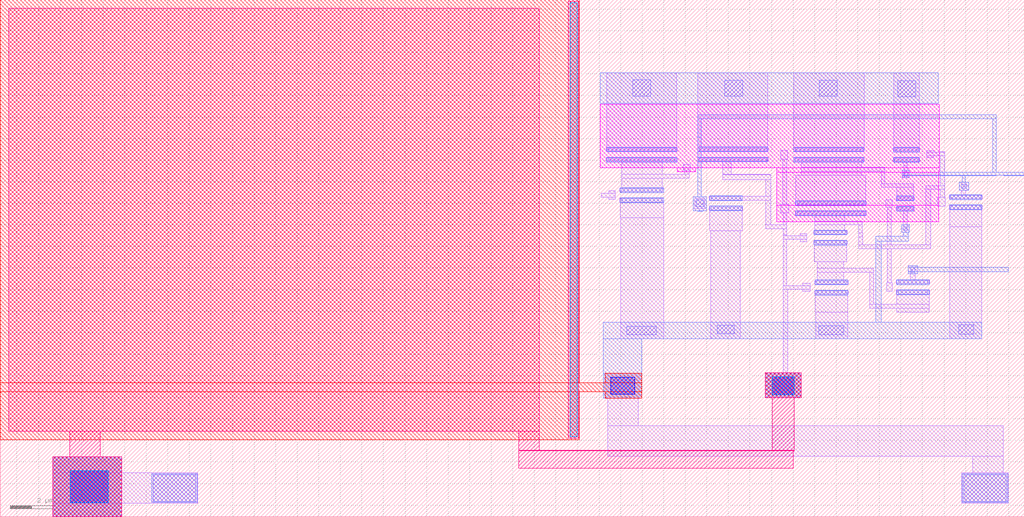
<source format=lef>
VERSION 5.7 ;
  NOWIREEXTENSIONATPIN ON ;
  DIVIDERCHAR "/" ;
  BUSBITCHARS "[]" ;
MACRO leakylayout
  CLASS BLOCK ;
  FOREIGN leakylayout ;
  ORIGIN 30.780 6.540 ;
  SIZE 47.490 BY 23.980 ;
  OBS
      LAYER nwell ;
        RECT -2.950 9.650 12.780 12.600 ;
        RECT 0.620 9.465 1.495 9.650 ;
        RECT 5.240 9.445 12.780 9.650 ;
        RECT 5.240 7.915 12.765 9.445 ;
        RECT 5.240 7.150 12.760 7.915 ;
        RECT 5.240 7.140 10.010 7.150 ;
      LAYER li1 ;
        RECT -2.645 10.580 0.605 14.050 ;
        RECT 1.580 10.585 4.830 14.050 ;
        RECT -2.660 10.410 0.620 10.580 ;
        RECT 1.570 10.415 4.850 10.585 ;
        RECT 6.040 10.580 9.290 14.050 ;
        RECT -2.660 9.940 0.620 10.110 ;
        RECT 1.570 9.945 4.850 10.115 ;
        RECT 5.425 10.040 5.760 10.465 ;
        RECT 6.020 10.410 9.300 10.580 ;
        RECT 10.660 10.575 11.860 14.050 ;
        RECT 10.640 10.405 11.880 10.575 ;
        RECT 12.195 10.375 12.525 10.440 ;
        RECT 12.820 10.375 13.030 10.380 ;
        RECT 12.195 10.205 13.030 10.375 ;
        RECT -1.945 9.345 -0.065 9.940 ;
        RECT 0.900 9.530 1.235 9.805 ;
        RECT 0.960 9.345 1.175 9.530 ;
        RECT -1.945 9.160 1.175 9.345 ;
        RECT 2.745 9.340 3.125 9.945 ;
        RECT 2.745 9.325 4.945 9.340 ;
        RECT -1.945 8.695 -0.065 9.160 ;
        RECT 2.745 9.090 4.955 9.325 ;
        RECT -2.555 8.455 -2.255 8.575 ;
        RECT -2.030 8.525 0.010 8.695 ;
        RECT -2.910 8.275 -2.255 8.455 ;
        RECT 4.740 8.320 4.955 9.090 ;
        RECT -2.555 8.180 -2.255 8.275 ;
        RECT -2.030 8.055 0.010 8.225 ;
        RECT -2.010 7.320 -0.010 8.055 ;
        RECT 1.440 7.745 1.900 8.225 ;
        RECT 2.120 8.150 4.960 8.320 ;
        RECT 2.120 7.680 3.660 7.850 ;
        RECT -2.000 1.710 -0.010 7.320 ;
        RECT 2.135 6.720 3.640 7.680 ;
        RECT 4.740 6.995 4.955 8.150 ;
        RECT 5.525 7.955 5.695 10.040 ;
        RECT 6.020 9.940 9.300 10.110 ;
        RECT 6.385 9.660 9.180 9.940 ;
        RECT 10.640 9.935 11.880 10.105 ;
        RECT 12.195 10.100 12.525 10.205 ;
        RECT 11.135 9.740 11.305 9.935 ;
        RECT 6.385 9.490 10.255 9.660 ;
        RECT 11.130 9.535 11.305 9.740 ;
        RECT 6.385 9.300 9.180 9.490 ;
        RECT 6.130 8.090 9.370 9.300 ;
        RECT 10.085 8.905 10.255 9.490 ;
        RECT 11.065 9.195 11.390 9.535 ;
        RECT 10.085 8.900 11.595 8.905 ;
        RECT 10.085 8.735 11.605 8.900 ;
        RECT 12.820 8.810 13.030 10.205 ;
        RECT 10.805 8.310 11.605 8.735 ;
        RECT 12.150 8.640 13.030 8.810 ;
        RECT 5.430 7.560 5.805 7.955 ;
        RECT 6.110 7.920 9.390 8.090 ;
        RECT 10.295 7.820 10.610 8.155 ;
        RECT 10.785 8.140 11.625 8.310 ;
        RECT 5.540 6.995 5.710 7.560 ;
        RECT 6.110 7.450 9.390 7.620 ;
        RECT 7.010 7.170 8.390 7.450 ;
        RECT 7.010 6.995 9.215 7.170 ;
        RECT 4.740 6.815 5.715 6.995 ;
        RECT 4.755 6.810 5.715 6.815 ;
        RECT 2.190 1.710 3.550 6.720 ;
        RECT 5.540 6.540 5.710 6.810 ;
        RECT 7.010 6.730 8.390 6.995 ;
        RECT 5.535 6.500 5.710 6.540 ;
        RECT 6.335 6.500 6.640 6.580 ;
        RECT 6.960 6.560 8.500 6.730 ;
        RECT 9.045 6.630 9.215 6.995 ;
        RECT 5.535 6.330 6.640 6.500 ;
        RECT 9.045 6.440 9.220 6.630 ;
        RECT 5.535 4.185 5.710 6.330 ;
        RECT 6.335 6.225 6.640 6.330 ;
        RECT 6.960 6.090 8.500 6.260 ;
        RECT 6.980 5.285 8.480 6.090 ;
        RECT 9.050 6.070 9.220 6.440 ;
        RECT 10.365 6.070 10.545 7.820 ;
        RECT 10.785 7.670 11.625 7.840 ;
        RECT 11.120 7.015 11.290 7.670 ;
        RECT 11.050 6.665 11.395 7.015 ;
        RECT 12.150 6.070 12.380 8.640 ;
        RECT 12.820 8.270 13.030 8.640 ;
        RECT 13.695 8.605 14.140 8.975 ;
        RECT 13.800 8.370 14.010 8.605 ;
        RECT 12.680 7.870 13.050 8.270 ;
        RECT 13.235 8.200 14.775 8.370 ;
        RECT 13.235 7.730 14.775 7.900 ;
        RECT 13.255 6.900 14.755 7.730 ;
        RECT 9.050 5.900 12.380 6.070 ;
        RECT 7.125 4.985 8.340 5.285 ;
        RECT 7.125 4.975 9.745 4.985 ;
        RECT 7.125 4.805 9.750 4.975 ;
        RECT 7.125 4.415 8.340 4.805 ;
        RECT 6.455 4.185 6.795 4.280 ;
        RECT 7.010 4.245 8.550 4.415 ;
        RECT 5.535 4.010 6.795 4.185 ;
        RECT 5.535 0.145 5.750 4.010 ;
        RECT 6.455 3.930 6.795 4.010 ;
        RECT 7.010 3.775 8.550 3.945 ;
        RECT 7.030 2.950 8.530 3.775 ;
        RECT 9.545 3.320 9.750 4.805 ;
        RECT 10.365 4.305 10.555 5.900 ;
        RECT 10.765 5.895 12.185 5.900 ;
        RECT 11.330 4.725 11.775 5.095 ;
        RECT 11.435 4.430 11.655 4.725 ;
        RECT 10.335 3.925 10.610 4.305 ;
        RECT 10.790 4.260 12.330 4.430 ;
        RECT 10.790 3.790 12.330 3.960 ;
        RECT 10.805 3.320 12.315 3.790 ;
        RECT 9.545 3.135 12.315 3.320 ;
        RECT 10.805 2.950 12.315 3.135 ;
        RECT 7.040 1.710 8.525 2.950 ;
        RECT 13.260 1.710 14.750 6.900 ;
        RECT -2.800 -1.045 -1.010 0.105 ;
        RECT 4.715 -1.025 6.380 0.145 ;
        RECT -2.595 -2.330 -1.180 -1.045 ;
        RECT -2.595 -3.745 15.745 -2.330 ;
        RECT -28.345 -4.505 -25.145 -3.750 ;
        RECT 14.330 -4.505 15.745 -3.745 ;
        RECT -28.345 -5.915 -21.615 -4.505 ;
        RECT 13.825 -5.915 15.985 -4.505 ;
        RECT -28.345 -6.540 -25.145 -5.915 ;
      LAYER mcon ;
        RECT -1.445 12.970 -0.610 13.725 ;
        RECT 2.830 12.960 3.665 13.715 ;
        RECT 7.220 12.955 8.055 13.710 ;
        RECT -2.580 10.410 0.540 10.580 ;
        RECT 1.650 10.415 4.770 10.585 ;
        RECT 10.865 12.935 11.700 13.690 ;
        RECT -2.580 9.940 0.540 10.110 ;
        RECT 1.650 9.945 4.770 10.115 ;
        RECT 6.100 10.410 9.220 10.580 ;
        RECT 10.720 10.405 11.800 10.575 ;
        RECT -1.950 8.525 -0.070 8.695 ;
        RECT -1.950 8.055 -0.070 8.225 ;
        RECT 1.500 7.830 1.850 8.160 ;
        RECT 2.200 8.150 3.580 8.320 ;
        RECT 2.200 7.680 3.580 7.850 ;
        RECT 6.100 9.940 9.220 10.110 ;
        RECT 10.720 9.935 11.800 10.105 ;
        RECT 11.125 9.250 11.325 9.460 ;
        RECT 6.190 7.920 9.310 8.090 ;
        RECT 10.865 8.140 11.545 8.310 ;
        RECT 6.190 7.450 9.310 7.620 ;
        RECT -1.705 1.900 -0.340 2.305 ;
        RECT 2.490 1.950 3.260 2.340 ;
        RECT 7.040 6.560 8.420 6.730 ;
        RECT 7.040 6.090 8.420 6.260 ;
        RECT 10.865 7.670 11.545 7.840 ;
        RECT 11.130 6.740 11.305 6.915 ;
        RECT 13.825 8.695 14.035 8.880 ;
        RECT 13.315 8.200 14.695 8.370 ;
        RECT 13.315 7.730 14.695 7.900 ;
        RECT 7.090 4.245 8.470 4.415 ;
        RECT 7.090 3.775 8.470 3.945 ;
        RECT 11.445 4.805 11.640 5.030 ;
        RECT 10.870 4.260 12.250 4.430 ;
        RECT 10.870 3.790 12.250 3.960 ;
        RECT 7.195 1.900 8.345 2.320 ;
        RECT 13.685 1.915 14.385 2.370 ;
        RECT -2.450 -0.850 -1.345 -0.075 ;
        RECT 5.030 -0.875 6.045 -0.040 ;
        RECT -27.530 -5.890 -25.770 -4.395 ;
        RECT -23.685 -5.835 -21.700 -4.585 ;
        RECT 13.910 -5.835 15.895 -4.585 ;
      LAYER met1 ;
        RECT -2.950 12.650 12.735 14.050 ;
        RECT 1.575 11.920 15.425 12.105 ;
        RECT 1.580 11.065 1.745 11.920 ;
        RECT 1.585 10.615 1.745 11.065 ;
        RECT -2.640 10.380 0.600 10.610 ;
        RECT 1.585 10.385 4.830 10.615 ;
        RECT 1.585 10.145 1.745 10.385 ;
        RECT 6.040 10.380 9.280 10.610 ;
        RECT 10.660 10.375 11.860 10.605 ;
        RECT -2.640 9.910 0.600 10.140 ;
        RECT 1.585 9.915 4.830 10.145 ;
        RECT -2.010 8.495 -0.010 8.725 ;
        RECT 1.585 8.310 1.745 9.915 ;
        RECT 6.040 9.910 9.280 10.140 ;
        RECT 10.660 9.905 11.860 10.135 ;
        RECT 11.065 9.430 11.390 9.535 ;
        RECT 15.255 9.430 15.425 11.920 ;
        RECT 11.065 9.290 16.710 9.430 ;
        RECT 11.065 9.285 15.425 9.290 ;
        RECT 15.775 9.285 16.710 9.290 ;
        RECT 11.065 9.195 11.390 9.285 ;
        RECT 13.850 8.975 13.990 9.285 ;
        RECT 13.695 8.605 14.140 8.975 ;
        RECT -2.010 8.025 -0.010 8.255 ;
        RECT 1.360 7.645 1.975 8.310 ;
        RECT 2.140 8.120 3.640 8.350 ;
        RECT 6.130 7.890 9.370 8.120 ;
        RECT 10.805 8.110 11.605 8.340 ;
        RECT 13.255 8.170 14.755 8.400 ;
        RECT 2.140 7.650 3.640 7.880 ;
        RECT 1.585 7.640 1.800 7.645 ;
        RECT 6.130 7.420 9.370 7.650 ;
        RECT 10.805 7.640 11.605 7.870 ;
        RECT 13.255 7.700 14.755 7.930 ;
        RECT 6.980 6.530 8.480 6.760 ;
        RECT 11.050 6.665 11.395 7.015 ;
        RECT 11.105 6.480 11.345 6.665 ;
        RECT 6.980 6.060 8.480 6.290 ;
        RECT 9.840 6.240 11.345 6.480 ;
        RECT 7.030 4.215 8.530 4.445 ;
        RECT 7.030 3.745 8.530 3.975 ;
        RECT 9.840 2.490 10.080 6.240 ;
        RECT 11.330 5.040 11.775 5.095 ;
        RECT 11.330 4.835 15.970 5.040 ;
        RECT 11.330 4.725 11.775 4.835 ;
        RECT 10.810 4.230 12.310 4.460 ;
        RECT 10.810 3.760 12.310 3.990 ;
        RECT -2.800 1.710 14.760 2.490 ;
        RECT -2.800 -1.045 -1.010 1.710 ;
        RECT 4.715 -1.025 6.380 0.145 ;
        RECT -28.345 -6.540 -25.145 -3.750 ;
        RECT -23.745 -5.865 -21.640 -4.555 ;
        RECT 13.850 -5.865 15.955 -4.555 ;
      LAYER via ;
        RECT -2.450 -0.850 -1.345 -0.075 ;
        RECT 5.030 -0.875 6.045 -0.040 ;
        RECT -27.530 -5.890 -25.770 -4.395 ;
      LAYER met2 ;
        RECT -2.800 -1.045 -1.010 0.105 ;
        RECT 4.715 -1.025 6.380 0.145 ;
        RECT -28.345 -6.540 -25.145 -3.750 ;
      LAYER via2 ;
        RECT -2.450 -0.850 -1.345 -0.075 ;
        RECT 5.030 -0.875 6.045 -0.040 ;
        RECT -27.530 -5.890 -25.770 -4.395 ;
      LAYER met3 ;
        RECT -30.780 -0.335 -3.920 17.440 ;
        RECT -2.710 -0.335 -1.010 0.105 ;
        RECT -30.780 -0.750 -1.010 -0.335 ;
        RECT -30.780 -2.960 -3.920 -0.750 ;
        RECT -2.710 -1.045 -1.010 -0.750 ;
        RECT 4.715 -1.025 6.380 0.145 ;
        RECT -28.345 -6.540 -25.145 -3.750 ;
      LAYER via3 ;
        RECT -4.340 -2.820 -4.020 17.300 ;
        RECT 5.030 -0.875 6.045 -0.040 ;
        RECT -27.530 -5.890 -25.770 -4.395 ;
      LAYER met4 ;
        RECT -30.385 -2.565 -5.775 17.045 ;
        RECT -27.550 -3.750 -26.135 -2.565 ;
        RECT -6.735 -3.465 -5.775 -2.565 ;
        RECT -4.420 -2.900 -3.940 17.380 ;
        RECT 4.715 -1.025 6.380 0.145 ;
        RECT 5.030 -3.465 6.050 -1.025 ;
        RECT -6.735 -3.480 6.050 -3.465 ;
        RECT -28.345 -6.540 -25.145 -3.750 ;
        RECT -6.735 -4.280 6.015 -3.480 ;
  END
END leakylayout
END LIBRARY


</source>
